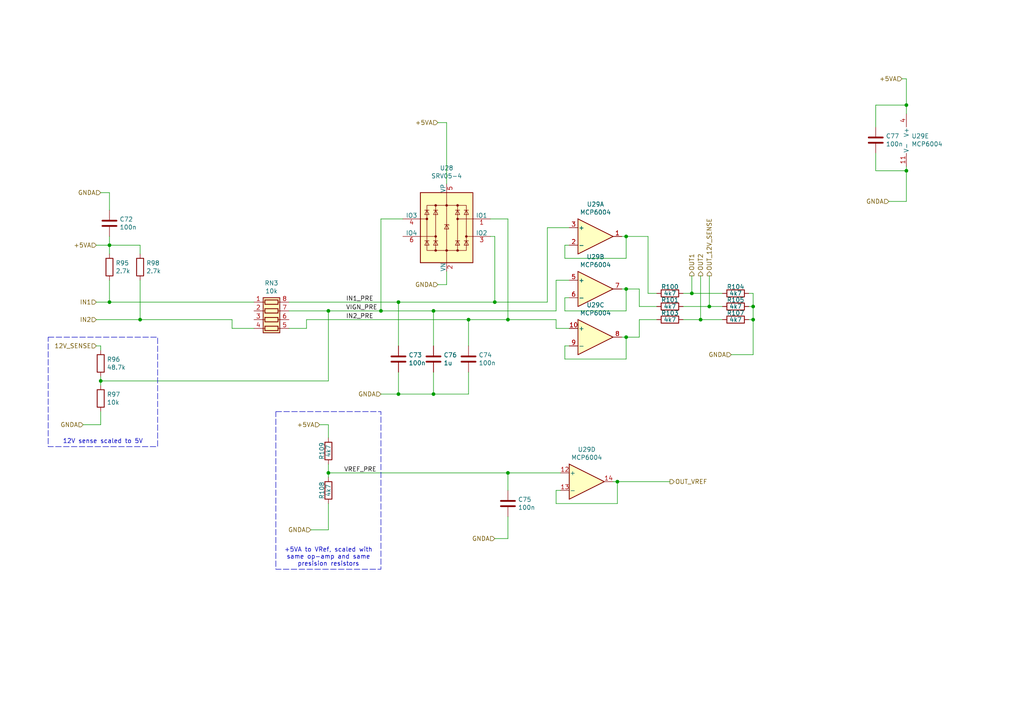
<source format=kicad_sch>
(kicad_sch (version 20250114) (generator "eeschema") (generator_version "9.0")
  (paper "A4")
  (title_block (title "rusEfi Proteus") (date "2022-04-09") (rev "v0.7") (company "rusEFI") (comment 1 "github.com/mck1117/proteus") (comment 2 "rusefi.com/s/proteus"))
  (lib_symbols
    (symbol "Amplifier_Operational:MCP6004" (pin_names (offset 0.127))
      (property "Reference" "U" (at 0 5.08 0))
      (property "Value" "MCP6004" (at 0 -5.08 0))
      (symbol "MCP6004_1_1"
        (polyline (pts (xy -5.08 5.08) (xy 5.08 0) (xy -5.08 -5.08) (xy -5.08 5.08)) (stroke (width 0.254)) (fill (type background)))
        (pin input line (at -7.62 2.54 0) (length 2.54) (name "+") (number "3"))
        (pin input line (at -7.62 -2.54 0) (length 2.54) (name "-") (number "2"))
        (pin output line (at 7.62 0 180) (length 2.54) (name "~") (number "1"))
      )
      (symbol "MCP6004_2_1"
        (polyline (pts (xy -5.08 5.08) (xy 5.08 0) (xy -5.08 -5.08) (xy -5.08 5.08)) (stroke (width 0.254)) (fill (type background)))
        (pin input line (at -7.62 2.54 0) (length 2.54) (name "+") (number "5"))
        (pin input line (at -7.62 -2.54 0) (length 2.54) (name "-") (number "6"))
        (pin output line (at 7.62 0 180) (length 2.54) (name "~") (number "7"))
      )
      (symbol "MCP6004_3_1"
        (polyline (pts (xy -5.08 5.08) (xy 5.08 0) (xy -5.08 -5.08) (xy -5.08 5.08)) (stroke (width 0.254)) (fill (type background)))
        (pin input line (at -7.62 2.54 0) (length 2.54) (name "+") (number "10"))
        (pin input line (at -7.62 -2.54 0) (length 2.54) (name "-") (number "9"))
        (pin output line (at 7.62 0 180) (length 2.54) (name "~") (number "8"))
      )
      (symbol "MCP6004_4_1"
        (polyline (pts (xy -5.08 5.08) (xy 5.08 0) (xy -5.08 -5.08) (xy -5.08 5.08)) (stroke (width 0.254)) (fill (type background)))
        (pin input line (at -7.62 2.54 0) (length 2.54) (name "+") (number "12"))
        (pin input line (at -7.62 -2.54 0) (length 2.54) (name "-") (number "13"))
        (pin output line (at 7.62 0 180) (length 2.54) (name "~") (number "14"))
      )
      (symbol "MCP6004_5_1"
        (pin power_in line (at -2.54 7.62 270) (length 3.81) (name "V+") (number "4"))
        (pin power_in line (at -2.54 -7.62 90) (length 3.81) (name "V-") (number "11"))
      )
    )
    (symbol "Device:C" (pin_numbers (hide yes)) (pin_names (offset 0.254))
      (property "Reference" "C" (at 0.635 2.54 0))
      (property "Value" "C" (at 0.635 -2.54 0))
      (symbol "C_0_1"
        (polyline (pts (xy -2.032 0.762) (xy 2.032 0.762)) (stroke (width 0.508)))
        (polyline (pts (xy -2.032 -0.762) (xy 2.032 -0.762)) (stroke (width 0.508)))
      )
      (symbol "C_1_1"
        (pin passive line (at 0 3.81 270) (length 2.794) (name "~") (number "1"))
        (pin passive line (at 0 -3.81 90) (length 2.794) (name "~") (number "2"))
      )
    )
    (symbol "Device:R" (pin_numbers (hide yes)) (pin_names (offset 0))
      (property "Reference" "R" (at 2.032 0 90))
      (property "Value" "R" (at 0 0 90))
      (symbol "R_0_1"
        (rectangle (start -1.016 -2.54) (end 1.016 2.54) (stroke (width 0.254)))
      )
      (symbol "R_1_1"
        (pin passive line (at 0 3.81 270) (length 1.27) (name "~") (number "1"))
        (pin passive line (at 0 -3.81 90) (length 1.27) (name "~") (number "2"))
      )
    )
    (symbol "Device:R_Pack04" (pin_names (offset 0) (hide yes))
      (property "Reference" "RN" (at -7.62 0 90))
      (property "Value" "R_Pack04" (at 5.08 0 90))
      (symbol "R_Pack04_0_1"
        (rectangle (start -6.35 -2.413) (end 3.81 2.413) (stroke (width 0.254)) (fill (type background)))
        (rectangle (start -5.715 1.905) (end -4.445 -1.905) (stroke (width 0.254)))
        (polyline (pts (xy -5.08 1.905) (xy -5.08 2.54)))
        (polyline (pts (xy -5.08 -2.54) (xy -5.08 -1.905)))
        (rectangle (start -3.175 1.905) (end -1.905 -1.905) (stroke (width 0.254)))
        (polyline (pts (xy -2.54 1.905) (xy -2.54 2.54)))
        (polyline (pts (xy -2.54 -2.54) (xy -2.54 -1.905)))
        (rectangle (start -0.635 1.905) (end 0.635 -1.905) (stroke (width 0.254)))
        (polyline (pts (xy 0 1.905) (xy 0 2.54)))
        (polyline (pts (xy 0 -2.54) (xy 0 -1.905)))
        (rectangle (start 1.905 1.905) (end 3.175 -1.905) (stroke (width 0.254)))
        (polyline (pts (xy 2.54 1.905) (xy 2.54 2.54)))
        (polyline (pts (xy 2.54 -2.54) (xy 2.54 -1.905)))
      )
      (symbol "R_Pack04_1_1"
        (pin passive line (at -5.08 5.08 270) (length 2.54) (name "R1.2") (number "8"))
        (pin passive line (at -5.08 -5.08 90) (length 2.54) (name "R1.1") (number "1"))
        (pin passive line (at -2.54 5.08 270) (length 2.54) (name "R2.2") (number "7"))
        (pin passive line (at -2.54 -5.08 90) (length 2.54) (name "R2.1") (number "2"))
        (pin passive line (at 0 5.08 270) (length 2.54) (name "R3.2") (number "6"))
        (pin passive line (at 0 -5.08 90) (length 2.54) (name "R3.1") (number "3"))
        (pin passive line (at 2.54 5.08 270) (length 2.54) (name "R4.2") (number "5"))
        (pin passive line (at 2.54 -5.08 90) (length 2.54) (name "R4.1") (number "4"))
      )
    )
    (symbol "Power_Protection:SRV05-4" (pin_names (offset 0))
      (property "Reference" "U" (at -5.08 11.43 0))
      (property "Value" "SRV05-4" (at 2.54 11.43 0))
      (symbol "SRV05-4_0_0"
        (rectangle (start -5.715 6.477) (end 5.715 -6.604))
        (polyline (pts (xy -3.175 -6.604) (xy -3.175 6.477)))
        (polyline (pts (xy 3.175 6.477) (xy 3.175 -6.604)))
      )
      (symbol "SRV05-4_0_1"
        (polyline (pts (xy -7.747 2.54) (xy -3.175 2.54)))
        (rectangle (start -7.62 10.16) (end 7.62 -10.16) (stroke (width 0.254)) (fill (type background)))
        (polyline (pts (xy -7.62 -2.54) (xy -5.715 -2.54)))
        (circle (center -5.715 -2.54) (radius 0.2794) (fill (type outline)))
        (polyline (pts (xy -5.08 5.08) (xy -6.35 5.08)))
        (polyline (pts (xy -5.08 3.81) (xy -6.35 3.81) (xy -5.715 5.08) (xy -5.08 3.81)))
        (polyline (pts (xy -5.08 -3.81) (xy -6.35 -3.81)))
        (polyline (pts (xy -5.08 -5.08) (xy -6.35 -5.08) (xy -5.715 -3.81) (xy -5.08 -5.08)))
        (circle (center -3.175 6.477) (radius 0.2794) (fill (type outline)))
        (circle (center -3.175 2.54) (radius 0.2794) (fill (type outline)))
        (circle (center -3.175 -6.604) (radius 0.2794) (fill (type outline)))
        (polyline (pts (xy -2.54 5.08) (xy -3.81 5.08)))
        (polyline (pts (xy -2.54 3.81) (xy -3.81 3.81) (xy -3.175 5.08) (xy -2.54 3.81)))
        (polyline (pts (xy -2.54 -3.81) (xy -3.81 -3.81)))
        (polyline (pts (xy -2.54 -5.08) (xy -3.81 -5.08) (xy -3.175 -3.81) (xy -2.54 -5.08)))
        (polyline (pts (xy 0 10.16) (xy 0 -10.16)))
        (circle (center 0 6.477) (radius 0.2794) (fill (type outline)))
        (circle (center 0 -6.604) (radius 0.2794) (fill (type outline)))
        (polyline (pts (xy 0.635 0.889) (xy -0.635 0.889) (xy -0.635 0.635)))
        (polyline (pts (xy 0.635 -0.381) (xy -0.635 -0.381) (xy 0 0.889) (xy 0.635 -0.381)))
        (circle (center 3.175 6.477) (radius 0.2794) (fill (type outline)))
        (circle (center 3.175 -2.54) (radius 0.2794) (fill (type outline)))
        (circle (center 3.175 -6.604) (radius 0.2794) (fill (type outline)))
        (polyline (pts (xy 3.81 5.08) (xy 2.54 5.08)))
        (polyline (pts (xy 3.81 3.81) (xy 2.54 3.81) (xy 3.175 5.08) (xy 3.81 3.81)))
        (polyline (pts (xy 3.81 -3.81) (xy 2.54 -3.81)))
        (polyline (pts (xy 3.81 -5.08) (xy 2.54 -5.08) (xy 3.175 -3.81) (xy 3.81 -5.08)))
        (circle (center 5.715 2.54) (radius 0.2794) (fill (type outline)))
        (polyline (pts (xy 6.35 5.08) (xy 5.08 5.08)))
        (polyline (pts (xy 6.35 3.81) (xy 5.08 3.81) (xy 5.715 5.08) (xy 6.35 3.81)))
        (polyline (pts (xy 6.35 -3.81) (xy 5.08 -3.81)))
        (polyline (pts (xy 6.35 -5.08) (xy 5.08 -5.08) (xy 5.715 -3.81) (xy 6.35 -5.08)))
        (polyline (pts (xy 7.62 2.54) (xy 5.715 2.54)))
        (polyline (pts (xy 7.62 -2.54) (xy 3.175 -2.54)))
      )
      (symbol "SRV05-4_1_1"
        (pin passive line (at -12.7 2.54 0) (length 5.08) (name "IO1") (number "1"))
        (pin passive line (at -12.7 -2.54 0) (length 5.08) (name "IO2") (number "3"))
        (pin passive line (at 0 12.7 270) (length 2.54) (name "VP") (number "5"))
        (pin passive line (at 0 -12.7 90) (length 2.54) (name "VN") (number "2"))
        (pin passive line (at 12.7 2.54 180) (length 5.08) (name "IO3") (number "4"))
        (pin passive line (at 12.7 -2.54 180) (length 5.08) (name "IO4") (number "6"))
      )
    )
  )
  (text_box "12V sense scaled to 5V" (at 13.97 97.79 0) (size 31.75 31.75) (margins 0.9525 0.9525 0.9525 0.9525) (stroke (width 0) (type dash)) (effects (font (size 1.27 1.27)) (justify bottom)))
  (text_box "+5VA to VRef, scaled with same op-amp and same presision resistors" (at 80.01 119.38 0) (size 30.48 45.72) (margins 0.9525 0.9525 0.9525 0.9525) (stroke (width 0) (type dash)) (effects (font (size 1.27 1.27)) (justify bottom)))
  (junction (at 179.07 139.7))
  (junction (at 110.49 90.17))
  (junction (at 115.57 87.63))
  (junction (at 95.25 137.16))
  (junction (at 125.73 114.3))
  (junction (at 262.89 49.53))
  (junction (at 135.89 92.71))
  (junction (at 31.75 87.63))
  (junction (at 203.2 92.71))
  (junction (at 95.25 90.17))
  (junction (at 181.61 68.58))
  (junction (at 31.75 71.12))
  (junction (at 29.21 110.49))
  (junction (at 262.89 30.48))
  (junction (at 205.74 88.9))
  (junction (at 125.73 90.17))
  (junction (at 218.44 88.9))
  (junction (at 115.57 114.3))
  (junction (at 218.44 92.71))
  (junction (at 147.32 92.71))
  (junction (at 143.51 87.63))
  (junction (at 40.64 92.71))
  (junction (at 181.61 97.79))
  (junction (at 200.66 85.09))
  (junction (at 181.61 83.82))
  (junction (at 147.32 137.16))
  (wire (pts (xy 31.75 71.12) (xy 31.75 73.66)))
  (wire (pts (xy 83.82 87.63) (xy 115.57 87.63)))
  (wire (pts (xy 205.74 88.9) (xy 209.55 88.9)))
  (wire (pts (xy 185.42 83.82) (xy 185.42 88.9)))
  (wire (pts (xy 125.73 114.3) (xy 135.89 114.3)))
  (wire (pts (xy 185.42 88.9) (xy 190.5 88.9)))
  (wire (pts (xy 115.57 87.63) (xy 143.51 87.63)))
  (wire (pts (xy 200.66 85.09) (xy 200.66 80.01)))
  (wire (pts (xy 161.29 95.25) (xy 165.1 95.25)))
  (wire (pts (xy 163.83 86.36) (xy 163.83 90.17)))
  (wire (pts (xy 181.61 68.58) (xy 180.34 68.58)))
  (wire (pts (xy 262.89 30.48) (xy 262.89 33.02)))
  (wire (pts (xy 90.17 153.67) (xy 95.25 153.67)))
  (wire (pts (xy 83.82 90.17) (xy 95.25 90.17)))
  (wire (pts (xy 29.21 123.19) (xy 29.21 119.38)))
  (wire (pts (xy 165.1 81.28) (xy 161.29 81.28)))
  (wire (pts (xy 218.44 85.09) (xy 218.44 88.9)))
  (wire (pts (xy 129.54 35.56) (xy 129.54 53.34)))
  (wire (pts (xy 95.25 123.19) (xy 95.25 127)))
  (wire (pts (xy 181.61 83.82) (xy 180.34 83.82)))
  (wire (pts (xy 218.44 102.87) (xy 212.09 102.87)))
  (wire (pts (xy 40.64 71.12) (xy 40.64 73.66)))
  (wire (pts (xy 185.42 92.71) (xy 190.5 92.71)))
  (wire (pts (xy 125.73 90.17) (xy 110.49 90.17)))
  (wire (pts (xy 161.29 142.24) (xy 161.29 146.05)))
  (wire (pts (xy 187.96 85.09) (xy 187.96 68.58)))
  (wire (pts (xy 179.07 139.7) (xy 177.8 139.7)))
  (wire (pts (xy 165.1 100.33) (xy 163.83 100.33)))
  (wire (pts (xy 262.89 22.86) (xy 261.62 22.86)))
  (wire (pts (xy 95.25 90.17) (xy 110.49 90.17)))
  (wire (pts (xy 187.96 68.58) (xy 181.61 68.58)))
  (wire (pts (xy 181.61 97.79) (xy 185.42 97.79)))
  (wire (pts (xy 165.1 71.12) (xy 163.83 71.12)))
  (wire (pts (xy 31.75 55.88) (xy 29.21 55.88)))
  (wire (pts (xy 24.13 123.19) (xy 29.21 123.19)))
  (wire (pts (xy 181.61 90.17) (xy 181.61 83.82)))
  (wire (pts (xy 147.32 156.21) (xy 143.51 156.21)))
  (wire (pts (xy 125.73 90.17) (xy 125.73 100.33)))
  (wire (pts (xy 203.2 92.71) (xy 209.55 92.71)))
  (wire (pts (xy 135.89 92.71) (xy 147.32 92.71)))
  (wire (pts (xy 95.25 137.16) (xy 147.32 137.16)))
  (wire (pts (xy 163.83 71.12) (xy 163.83 74.93)))
  (wire (pts (xy 179.07 146.05) (xy 179.07 139.7)))
  (wire (pts (xy 27.94 92.71) (xy 40.64 92.71)))
  (wire (pts (xy 110.49 63.5) (xy 110.49 90.17)))
  (wire (pts (xy 31.75 60.96) (xy 31.75 55.88)))
  (wire (pts (xy 125.73 107.95) (xy 125.73 114.3)))
  (wire (pts (xy 31.75 81.28) (xy 31.75 87.63)))
  (wire (pts (xy 181.61 74.93) (xy 181.61 68.58)))
  (wire (pts (xy 198.12 92.71) (xy 203.2 92.71)))
  (wire (pts (xy 143.51 68.58) (xy 143.51 87.63)))
  (wire (pts (xy 254 36.83) (xy 254 30.48)))
  (wire (pts (xy 115.57 114.3) (xy 125.73 114.3)))
  (wire (pts (xy 161.29 92.71) (xy 161.29 95.25)))
  (wire (pts (xy 161.29 146.05) (xy 179.07 146.05)))
  (wire (pts (xy 254 30.48) (xy 262.89 30.48)))
  (wire (pts (xy 110.49 114.3) (xy 115.57 114.3)))
  (wire (pts (xy 203.2 80.01) (xy 203.2 92.71)))
  (wire (pts (xy 179.07 139.7) (xy 194.31 139.7)))
  (wire (pts (xy 254 49.53) (xy 254 44.45)))
  (wire (pts (xy 162.56 142.24) (xy 161.29 142.24)))
  (wire (pts (xy 147.32 137.16) (xy 162.56 137.16)))
  (wire (pts (xy 95.25 146.05) (xy 95.25 153.67)))
  (wire (pts (xy 29.21 100.33) (xy 27.94 100.33)))
  (wire (pts (xy 88.9 92.71) (xy 135.89 92.71)))
  (wire (pts (xy 262.89 49.53) (xy 254 49.53)))
  (wire (pts (xy 129.54 82.55) (xy 127 82.55)))
  (wire (pts (xy 257.81 58.42) (xy 262.89 58.42)))
  (wire (pts (xy 165.1 86.36) (xy 163.83 86.36)))
  (wire (pts (xy 147.32 149.86) (xy 147.32 156.21)))
  (wire (pts (xy 217.17 85.09) (xy 218.44 85.09)))
  (wire (pts (xy 142.24 68.58) (xy 143.51 68.58)))
  (wire (pts (xy 181.61 97.79) (xy 180.34 97.79)))
  (wire (pts (xy 67.31 95.25) (xy 73.66 95.25)))
  (wire (pts (xy 205.74 80.01) (xy 205.74 88.9)))
  (wire (pts (xy 161.29 81.28) (xy 161.29 90.17)))
  (wire (pts (xy 142.24 63.5) (xy 147.32 63.5)))
  (wire (pts (xy 129.54 78.74) (xy 129.54 82.55)))
  (wire (pts (xy 163.83 100.33) (xy 163.83 104.14)))
  (wire (pts (xy 115.57 100.33) (xy 115.57 87.63)))
  (wire (pts (xy 31.75 68.58) (xy 31.75 71.12)))
  (wire (pts (xy 163.83 74.93) (xy 181.61 74.93)))
  (wire (pts (xy 147.32 92.71) (xy 161.29 92.71)))
  (wire (pts (xy 95.25 137.16) (xy 95.25 138.43)))
  (wire (pts (xy 40.64 81.28) (xy 40.64 92.71)))
  (wire (pts (xy 181.61 83.82) (xy 185.42 83.82)))
  (wire (pts (xy 163.83 90.17) (xy 181.61 90.17)))
  (wire (pts (xy 198.12 85.09) (xy 200.66 85.09)))
  (wire (pts (xy 83.82 95.25) (xy 88.9 95.25)))
  (wire (pts (xy 158.75 87.63) (xy 158.75 66.04)))
  (wire (pts (xy 115.57 107.95) (xy 115.57 114.3)))
  (wire (pts (xy 95.25 134.62) (xy 95.25 137.16)))
  (wire (pts (xy 135.89 92.71) (xy 135.89 100.33)))
  (wire (pts (xy 143.51 87.63) (xy 158.75 87.63)))
  (wire (pts (xy 127 35.56) (xy 129.54 35.56)))
  (wire (pts (xy 95.25 90.17) (xy 95.25 110.49)))
  (wire (pts (xy 218.44 92.71) (xy 218.44 88.9)))
  (wire (pts (xy 262.89 49.53) (xy 262.89 48.26)))
  (wire (pts (xy 135.89 114.3) (xy 135.89 107.95)))
  (wire (pts (xy 218.44 92.71) (xy 217.17 92.71)))
  (wire (pts (xy 185.42 97.79) (xy 185.42 92.71)))
  (wire (pts (xy 262.89 49.53) (xy 262.89 58.42)))
  (wire (pts (xy 158.75 66.04) (xy 165.1 66.04)))
  (wire (pts (xy 29.21 109.22) (xy 29.21 110.49)))
  (wire (pts (xy 163.83 104.14) (xy 181.61 104.14)))
  (wire (pts (xy 29.21 110.49) (xy 29.21 111.76)))
  (wire (pts (xy 67.31 92.71) (xy 67.31 95.25)))
  (wire (pts (xy 147.32 63.5) (xy 147.32 92.71)))
  (wire (pts (xy 92.71 123.19) (xy 95.25 123.19)))
  (wire (pts (xy 218.44 88.9) (xy 217.17 88.9)))
  (wire (pts (xy 125.73 90.17) (xy 161.29 90.17)))
  (wire (pts (xy 29.21 110.49) (xy 95.25 110.49)))
  (wire (pts (xy 200.66 85.09) (xy 209.55 85.09)))
  (wire (pts (xy 116.84 63.5) (xy 110.49 63.5)))
  (wire (pts (xy 262.89 22.86) (xy 262.89 30.48)))
  (wire (pts (xy 190.5 85.09) (xy 187.96 85.09)))
  (wire (pts (xy 147.32 137.16) (xy 147.32 142.24)))
  (wire (pts (xy 31.75 87.63) (xy 73.66 87.63)))
  (wire (pts (xy 27.94 71.12) (xy 31.75 71.12)))
  (wire (pts (xy 218.44 92.71) (xy 218.44 102.87)))
  (wire (pts (xy 29.21 101.6) (xy 29.21 100.33)))
  (wire (pts (xy 198.12 88.9) (xy 205.74 88.9)))
  (wire (pts (xy 88.9 95.25) (xy 88.9 92.71)))
  (wire (pts (xy 27.94 87.63) (xy 31.75 87.63)))
  (wire (pts (xy 40.64 92.71) (xy 67.31 92.71)))
  (wire (pts (xy 31.75 71.12) (xy 40.64 71.12)))
  (wire (pts (xy 181.61 104.14) (xy 181.61 97.79)))
  (label "VREF_PRE" (at 109.22 137.16 180))
  (label "VIGN_PRE" (at 100.33 90.17 0))
  (label "IN1_PRE" (at 100.33 87.63 0))
  (label "IN2_PRE" (at 100.33 92.71 0))
  (hierarchical_label "12V_SENSE" (shape input) (at 27.94 100.33 180))
  (hierarchical_label "+5VA" (shape input) (at 27.94 71.12 180))
  (hierarchical_label "OUT_12V_SENSE" (shape output) (at 205.74 80.01 90))
  (hierarchical_label "GNDA" (shape input) (at 24.13 123.19 180))
  (hierarchical_label "GNDA" (shape input) (at 110.49 114.3 180))
  (hierarchical_label "GNDA" (shape input) (at 29.21 55.88 180))
  (hierarchical_label "GNDA" (shape input) (at 257.81 58.42 180))
  (hierarchical_label "IN2" (shape input) (at 27.94 92.71 180))
  (hierarchical_label "+5VA" (shape input) (at 92.71 123.19 180))
  (hierarchical_label "GNDA" (shape input) (at 212.09 102.87 180))
  (hierarchical_label "OUT1" (shape output) (at 200.66 80.01 90))
  (hierarchical_label "IN1" (shape input) (at 27.94 87.63 180))
  (hierarchical_label "OUT2" (shape output) (at 203.2 80.01 90))
  (hierarchical_label "OUT_VREF" (shape output) (at 194.31 139.7 0))
  (hierarchical_label "GNDA" (shape input) (at 90.17 153.67 180))
  (hierarchical_label "GNDA" (shape input) (at 143.51 156.21 180))
  (hierarchical_label "+5VA" (shape input) (at 261.62 22.86 180))
  (hierarchical_label "GNDA" (shape input) (at 127 82.55 180))
  (hierarchical_label "+5VA" (shape input) (at 127 35.56 180))
  (symbol (lib_id "Amplifier_Operational:MCP6004") (at 265.43 40.64 0) (unit 5)
    (property "Reference" "U29" (at 264.3632 39.4716 0) (effects (justify left)))
    (property "Value" "MCP6004" (at 264.3632 41.783 0) (effects (justify left)))
    (property "Footprint" "Package_SO:TSSOP-14_4.4x5mm_P0.65mm" (effects (hide yes)))
    (property "Datasheet" "http://ww1.microchip.com/downloads/en/DeviceDoc/21733j.pdf" (effects (hide yes)))
    (property "PN" "MCP6004T-I/ST" (effects (hide yes)))
    (property "LCSC" "C50282" (effects (hide yes)))
    (property "LCSC_ext" "1" (effects (hide yes)))
    (property "possible_not_ext" "1" (effects (hide yes)))
    (instances (project "proteus" (path "" (reference "U29") (unit 5))) (project "proteus" (path "" (reference "U?") (unit 5)) (path "" (reference "U?") (unit 5)) (path "" (reference "U?") (unit 5)) (path "" (reference "U1101") (unit 5))))
  )
  (symbol (lib_id "Device:R_Pack04") (at 78.74 92.71 270) (unit 1)
    (property "Reference" "RN3" (at 78.74 82.1182 90))
    (property "Value" "10k" (at 78.74 84.4296 90))
    (property "Footprint" "Resistor_SMD:R_Array_Convex_4x0603" (effects (hide yes)))
    (property "PN" "CAT16-473J4LF" (effects (hide yes)))
    (property "LCSC" "C29718" (effects (hide yes)))
    (property "LCSC_ext" "0" (effects (hide yes)))
    (instances (project "proteus" (path "" (reference "RN3") (unit 1))) (project "proteus" (path "" (reference "RN?") (unit 1)) (path "" (reference "RN?") (unit 1)) (path "" (reference "RN?") (unit 1)) (path "" (reference "RN1101") (unit 1))))
  )
  (symbol (lib_id "Device:R") (at 31.75 77.47 0) (unit 1)
    (property "Reference" "R95" (at 33.528 76.3016 0) (effects (justify left)))
    (property "Value" "2.7k" (at 33.528 78.613 0) (effects (justify left)))
    (property "Footprint" "Resistor_SMD:R_0603_1608Metric" (effects (hide yes)))
    (property "LCSC" "C13167" (effects (hide yes)))
    (property "LCSC_ext" "0" (effects (hide yes)))
    (instances (project "proteus" (path "" (reference "R95") (unit 1))) (project "proteus" (path "" (reference "R?") (unit 1)) (path "" (reference "R?") (unit 1)) (path "" (reference "R?") (unit 1)) (path "" (reference "R1101") (unit 1))))
  )
  (symbol (lib_id "Device:C") (at 254 40.64 0) (unit 1)
    (property "Reference" "C77" (at 256.921 39.4716 0) (effects (justify left)))
    (property "Value" "100n" (at 256.921 41.783 0) (effects (justify left)))
    (property "Footprint" "Capacitor_SMD:C_0402_1005Metric" (effects (hide yes)))
    (property "LCSC" "C1525" (effects (hide yes)))
    (property "LCSC_ext" "0" (effects (hide yes)))
    (instances (project "proteus" (path "" (reference "C77") (unit 1))) (project "proteus" (path "" (reference "C?") (unit 1)) (path "" (reference "C?") (unit 1)) (path "" (reference "C?") (unit 1)) (path "" (reference "C1101") (unit 1))))
  )
  (symbol (lib_id "Device:C") (at 31.75 64.77 0) (unit 1)
    (property "Reference" "C72" (at 34.671 63.6016 0) (effects (justify left)))
    (property "Value" "100n" (at 34.671 65.913 0) (effects (justify left)))
    (property "Footprint" "Capacitor_SMD:C_0402_1005Metric" (effects (hide yes)))
    (property "LCSC" "C1525" (effects (hide yes)))
    (property "LCSC_ext" "0" (effects (hide yes)))
    (instances (project "proteus" (path "" (reference "C72") (unit 1))) (project "proteus" (path "" (reference "C?") (unit 1)) (path "" (reference "C?") (unit 1)) (path "" (reference "C?") (unit 1)) (path "" (reference "C1409") (unit 1))))
  )
  (symbol (lib_id "Device:R") (at 40.64 77.47 0) (unit 1)
    (property "Reference" "R98" (at 42.418 76.3016 0) (effects (justify left)))
    (property "Value" "2.7k" (at 42.418 78.613 0) (effects (justify left)))
    (property "Footprint" "Resistor_SMD:R_0603_1608Metric" (effects (hide yes)))
    (property "LCSC" "C13167" (effects (hide yes)))
    (property "LCSC_ext" "0" (effects (hide yes)))
    (instances (project "proteus" (path "" (reference "R98") (unit 1))) (project "proteus" (path "" (reference "R?") (unit 1)) (path "" (reference "R?") (unit 1)) (path "" (reference "R?") (unit 1)) (path "" (reference "R1102") (unit 1))))
  )
  (symbol (lib_id "Amplifier_Operational:MCP6004") (at 172.72 68.58 0) (unit 1)
    (property "Reference" "U29" (at 172.72 59.2582 0))
    (property "Value" "MCP6004" (at 172.72 61.5696 0))
    (property "Footprint" "Package_SO:TSSOP-14_4.4x5mm_P0.65mm" (effects (hide yes)))
    (property "Datasheet" "http://ww1.microchip.com/downloads/en/DeviceDoc/21733j.pdf" (effects (hide yes)))
    (property "PN" "MCP6004T-I/ST" (effects (hide yes)))
    (property "LCSC" "C50282" (effects (hide yes)))
    (property "LCSC_ext" "1" (effects (hide yes)))
    (property "possible_not_ext" "1" (effects (hide yes)))
    (instances (project "proteus" (path "" (reference "U29") (unit 1))) (project "proteus" (path "" (reference "U?") (unit 1)) (path "" (reference "U?") (unit 1)) (path "" (reference "U?") (unit 1)) (path "" (reference "U1101") (unit 1))))
  )
  (symbol (lib_id "Amplifier_Operational:MCP6004") (at 172.72 83.82 0) (unit 2)
    (property "Reference" "U29" (at 172.72 74.4982 0))
    (property "Value" "MCP6004" (at 172.72 76.8096 0))
    (property "Footprint" "Package_SO:TSSOP-14_4.4x5mm_P0.65mm" (effects (hide yes)))
    (property "Datasheet" "http://ww1.microchip.com/downloads/en/DeviceDoc/21733j.pdf" (effects (hide yes)))
    (property "PN" "MCP6004T-I/ST" (effects (hide yes)))
    (property "LCSC" "C50282" (effects (hide yes)))
    (property "LCSC_ext" "1" (effects (hide yes)))
    (property "possible_not_ext" "1" (effects (hide yes)))
    (instances (project "proteus" (path "" (reference "U29") (unit 2))) (project "proteus" (path "" (reference "U?") (unit 2)) (path "" (reference "U?") (unit 2)) (path "" (reference "U?") (unit 2)) (path "" (reference "U1101") (unit 2))))
  )
  (symbol (lib_id "Amplifier_Operational:MCP6004") (at 172.72 97.79 0) (unit 3)
    (property "Reference" "U29" (at 172.72 88.4682 0))
    (property "Value" "MCP6004" (at 172.72 90.7796 0))
    (property "Footprint" "Package_SO:TSSOP-14_4.4x5mm_P0.65mm" (effects (hide yes)))
    (property "Datasheet" "http://ww1.microchip.com/downloads/en/DeviceDoc/21733j.pdf" (effects (hide yes)))
    (property "PN" "MCP6004T-I/ST" (effects (hide yes)))
    (property "LCSC" "C50282" (effects (hide yes)))
    (property "LCSC_ext" "1" (effects (hide yes)))
    (property "possible_not_ext" "1" (effects (hide yes)))
    (instances (project "proteus" (path "" (reference "U29") (unit 3))) (project "proteus" (path "" (reference "U?") (unit 3)) (path "" (reference "U?") (unit 3)) (path "" (reference "U?") (unit 3)) (path "" (reference "U1101") (unit 3))))
  )
  (symbol (lib_id "Amplifier_Operational:MCP6004") (at 170.18 139.7 0) (unit 4)
    (property "Reference" "U29" (at 170.18 130.3782 0))
    (property "Value" "MCP6004" (at 170.18 132.6896 0))
    (property "Footprint" "Package_SO:TSSOP-14_4.4x5mm_P0.65mm" (effects (hide yes)))
    (property "Datasheet" "http://ww1.microchip.com/downloads/en/DeviceDoc/21733j.pdf" (effects (hide yes)))
    (property "PN" "MCP6004T-I/ST" (effects (hide yes)))
    (property "LCSC" "C50282" (effects (hide yes)))
    (property "LCSC_ext" "1" (effects (hide yes)))
    (property "possible_not_ext" "1" (effects (hide yes)))
    (instances (project "proteus" (path "" (reference "U29") (unit 4))) (project "proteus" (path "" (reference "U?") (unit 4)) (path "" (reference "U?") (unit 4)) (path "" (reference "U?") (unit 4)) (path "" (reference "U1101") (unit 4))))
  )
  (symbol (lib_id "Device:R") (at 29.21 105.41 0) (unit 1)
    (property "Reference" "R96" (at 30.988 104.2416 0) (effects (justify left)))
    (property "Value" "48.7k" (at 30.988 106.553 0) (effects (justify left)))
    (property "Footprint" "Resistor_SMD:R_0603_1608Metric" (effects (hide yes)))
    (property "LCSC" "C23063" (effects (hide yes)))
    (property "LCSC_ext" "0" (effects (hide yes)))
  )
  (symbol (lib_id "Device:R") (at 29.21 115.57 0) (unit 1)
    (property "Reference" "R97" (at 30.988 114.4016 0) (effects (justify left)))
    (property "Value" "10k" (at 30.988 116.713 0) (effects (justify left)))
    (property "Footprint" "Resistor_SMD:R_0402_1005Metric" (effects (hide yes)))
    (property "LCSC" "C25744" (effects (hide yes)))
    (property "LCSC_ext" "0" (effects (hide yes)))
  )
  (symbol (lib_id "Device:C") (at 115.57 104.14 0) (unit 1)
    (property "Reference" "C73" (at 118.491 102.9716 0) (effects (justify left)))
    (property "Value" "100n" (at 118.491 105.283 0) (effects (justify left)))
    (property "Footprint" "Capacitor_SMD:C_0402_1005Metric" (effects (hide yes)))
    (property "LCSC" "C1525" (effects (hide yes)))
    (property "LCSC_ext" "0" (effects (hide yes)))
    (instances (project "proteus" (path "" (reference "C73") (unit 1))) (project "proteus" (path "" (reference "C13") (unit 1))))
  )
  (symbol (lib_id "Device:C") (at 135.89 104.14 0) (unit 1)
    (property "Reference" "C74" (at 138.811 102.9716 0) (effects (justify left)))
    (property "Value" "100n" (at 138.811 105.283 0) (effects (justify left)))
    (property "Footprint" "Capacitor_SMD:C_0402_1005Metric" (effects (hide yes)))
    (property "LCSC" "C1525" (effects (hide yes)))
    (property "LCSC_ext" "0" (effects (hide yes)))
    (instances (project "proteus" (path "" (reference "C74") (unit 1))) (project "proteus" (path "" (reference "C14") (unit 1))))
  )
  (symbol (lib_id "Device:C") (at 147.32 146.05 0) (unit 1)
    (property "Reference" "C75" (at 150.241 144.8816 0) (effects (justify left)))
    (property "Value" "100n" (at 150.241 147.193 0) (effects (justify left)))
    (property "Footprint" "Capacitor_SMD:C_0402_1005Metric" (effects (hide yes)))
    (property "LCSC" "C1525" (effects (hide yes)))
    (property "LCSC_ext" "0" (effects (hide yes)))
    (instances (project "proteus" (path "" (reference "C75") (unit 1))) (project "proteus" (path "" (reference "C15") (unit 1))))
  )
  (symbol (lib_id "Power_Protection:SRV05-4") (at 129.54 66.04 0) (mirror y) (unit 1)
    (property "Reference" "U28" (at 129.54 48.7426 0))
    (property "Value" "SRV05-4" (at 129.54 51.054 0))
    (property "Footprint" "Package_TO_SOT_SMD:SOT-23-6" (effects (hide yes)))
    (property "Datasheet" "http://www.onsemi.com/pub/Collateral/SRV05-4-D.PDF" (effects (hide yes)))
    (property "LCSC" "C85364" (effects (hide yes)))
    (property "LCSC_ext" "0" (effects (hide yes)))
    (instances (project "proteus" (path "" (reference "U28") (unit 1))) (project "proteus" (path "" (reference "U4") (unit 1))))
  )
  (symbol (lib_id "Device:R") (at 194.31 85.09 270) (unit 1)
    (property "Reference" "R100" (at 194.31 83.185 90))
    (property "Value" "4k7" (at 194.31 85.09 90))
    (property "Footprint" "Resistor_SMD:R_0402_1005Metric" (effects (hide yes)))
    (property "LCSC" "C281778" (effects (hide yes)))
    (property "LCSC_ext" "0" (effects (hide yes)))
    (property "Note" " 0.1%" (effects (hide yes)))
    (instances (project "proteus" (path "" (reference "R100") (unit 1))) (project "proteus" (path "" (reference "R25") (unit 1))))
  )
  (symbol (lib_id "Device:R") (at 194.31 88.9 270) (unit 1)
    (property "Reference" "R101" (at 194.31 86.995 90))
    (property "Value" "4k7" (at 194.31 88.9 90))
    (property "Footprint" "Resistor_SMD:R_0402_1005Metric" (effects (hide yes)))
    (property "LCSC" "C281778" (effects (hide yes)))
    (property "LCSC_ext" "0" (effects (hide yes)))
    (property "Note" " 0.1%" (effects (hide yes)))
    (instances (project "proteus" (path "" (reference "R101") (unit 1))) (project "proteus" (path "" (reference "R26") (unit 1))))
  )
  (symbol (lib_id "Device:R") (at 194.31 92.71 270) (unit 1)
    (property "Reference" "R103" (at 194.31 90.805 90))
    (property "Value" "4k7" (at 194.31 92.71 90))
    (property "Footprint" "Resistor_SMD:R_0402_1005Metric" (effects (hide yes)))
    (property "LCSC" "C281778" (effects (hide yes)))
    (property "LCSC_ext" "0" (effects (hide yes)))
    (property "Note" " 0.1%" (effects (hide yes)))
    (instances (project "proteus" (path "" (reference "R103") (unit 1))) (project "proteus" (path "" (reference "R28") (unit 1))))
  )
  (symbol (lib_id "Device:R") (at 213.36 85.09 270) (unit 1)
    (property "Reference" "R104" (at 213.36 83.185 90))
    (property "Value" "4k7" (at 213.36 85.09 90))
    (property "Footprint" "Resistor_SMD:R_0402_1005Metric" (effects (hide yes)))
    (property "LCSC" "C281778" (effects (hide yes)))
    (property "LCSC_ext" "0" (effects (hide yes)))
    (property "Note" " 0.1%" (effects (hide yes)))
    (instances (project "proteus" (path "" (reference "R104") (unit 1))) (project "proteus" (path "" (reference "R29") (unit 1))))
  )
  (symbol (lib_id "Device:R") (at 213.36 88.9 270) (unit 1)
    (property "Reference" "R105" (at 213.36 86.995 90))
    (property "Value" "4k7" (at 213.36 88.9 90))
    (property "Footprint" "Resistor_SMD:R_0402_1005Metric" (effects (hide yes)))
    (property "LCSC" "C281778" (effects (hide yes)))
    (property "LCSC_ext" "0" (effects (hide yes)))
    (property "Note" " 0.1%" (effects (hide yes)))
    (instances (project "proteus" (path "" (reference "R105") (unit 1))) (project "proteus" (path "" (reference "R30") (unit 1))))
  )
  (symbol (lib_id "Device:R") (at 213.36 92.71 270) (unit 1)
    (property "Reference" "R107" (at 213.36 90.805 90))
    (property "Value" "4k7" (at 213.36 92.71 90))
    (property "Footprint" "Resistor_SMD:R_0402_1005Metric" (effects (hide yes)))
    (property "LCSC" "C281778" (effects (hide yes)))
    (property "LCSC_ext" "0" (effects (hide yes)))
    (property "Note" " 0.1%" (effects (hide yes)))
    (instances (project "proteus" (path "" (reference "R107") (unit 1))) (project "proteus" (path "" (reference "R32") (unit 1))))
  )
  (symbol (lib_id "Device:C") (at 125.73 104.14 0) (unit 1)
    (property "Reference" "C76" (at 128.651 102.9716 0) (effects (justify left)))
    (property "Value" "1u" (at 128.651 105.283 0) (effects (justify left)))
    (property "Footprint" "Capacitor_SMD:C_0402_1005Metric" (effects (hide yes)))
    (property "LCSC" "C52923" (effects (hide yes)))
    (property "LCSC_ext" "0" (effects (hide yes)))
  )
  (symbol (lib_id "Device:R") (at 95.25 142.24 0) (unit 1)
    (property "Reference" "R108" (at 93.345 142.24 90))
    (property "Value" "4k7" (at 95.25 142.24 90))
    (property "Footprint" "Resistor_SMD:R_0402_1005Metric" (effects (hide yes)))
    (property "LCSC" "C281778" (effects (hide yes)))
    (property "LCSC_ext" "0" (effects (hide yes)))
    (property "Note" " 0.1%" (effects (hide yes)))
  )
  (symbol (lib_id "Device:R") (at 95.25 130.81 0) (unit 1)
    (property "Reference" "R109" (at 93.345 130.81 90))
    (property "Value" "4k7" (at 95.25 130.81 90))
    (property "Footprint" "Resistor_SMD:R_0402_1005Metric" (effects (hide yes)))
    (property "LCSC" "C281778" (effects (hide yes)))
    (property "LCSC_ext" "0" (effects (hide yes)))
    (property "Note" " 0.1%" (effects (hide yes)))
  )
)
</source>
